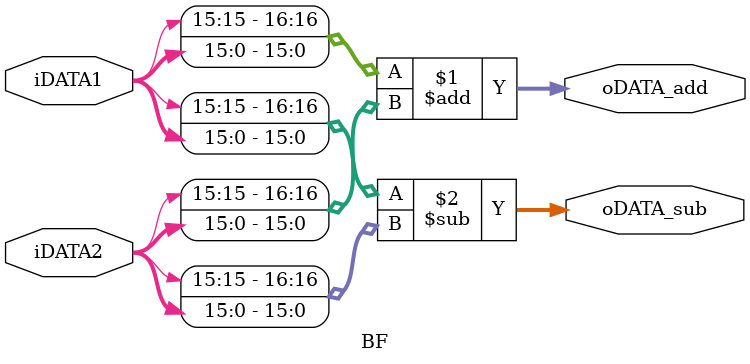
<source format=v>

`timescale 1 ns / 100 ps

module BF(iDATA1,
          iDATA2,
          oDATA_add,
          oDATA_sub);
    
    parameter IL = 16;
    parameter OL = IL+1;
    
    input	[IL-1:0] 	iDATA1;
    input	[IL-1:0] 	iDATA2;
    output	[OL-1:0] 	oDATA_add;
    output	[OL-1:0] 	oDATA_sub;
    
    
    assign oDATA_add = {iDATA1[IL-1],iDATA1} + {iDATA2[IL-1],iDATA2};
    assign oDATA_sub = {iDATA1[IL-1],iDATA1} - {iDATA2[IL-1],iDATA2};
    
    
endmodule
    
    
    
    
    
    
    
    
    
    
    
    
    
    

</source>
